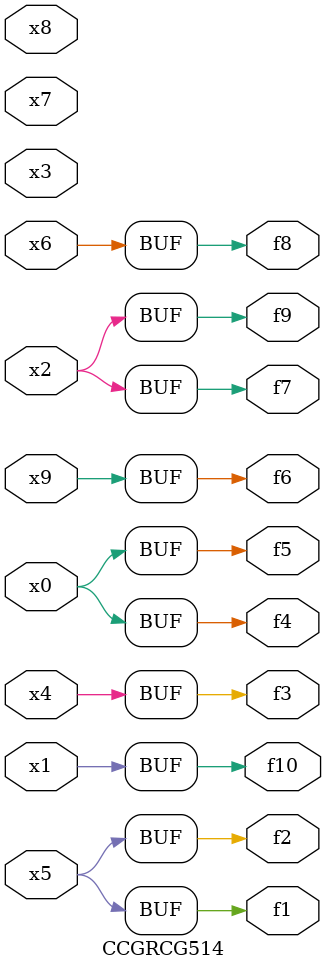
<source format=v>
module CCGRCG514(
	input x0, x1, x2, x3, x4, x5, x6, x7, x8, x9,
	output f1, f2, f3, f4, f5, f6, f7, f8, f9, f10
);
	assign f1 = x5;
	assign f2 = x5;
	assign f3 = x4;
	assign f4 = x0;
	assign f5 = x0;
	assign f6 = x9;
	assign f7 = x2;
	assign f8 = x6;
	assign f9 = x2;
	assign f10 = x1;
endmodule

</source>
